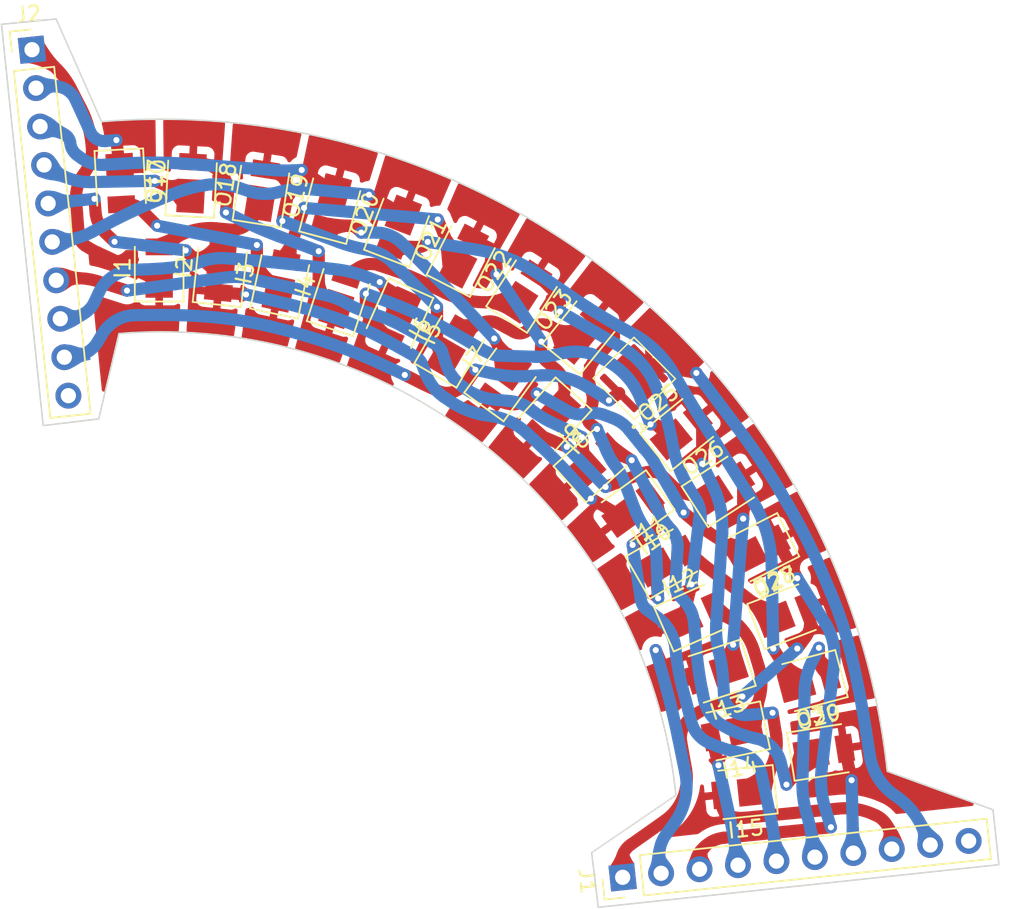
<source format=kicad_pcb>
(kicad_pcb (version 20221018) (generator pcbnew)
  (layers (0 "F.Cu" signal) (31 "B.Cu" signal) (34 "B.Paste" user) (35 "F.Paste" user) (36 "B.SilkS" user "B.Silkscreen") (37 "F.SilkS" user "F.Silkscreen") (38 "B.Mask" user) (39 "F.Mask" user) (44 "Edge.Cuts" user))
  (net 0 "")
  (net 1 "Net-(I1-K)")
  (net 2 "Net-(I1-A)")
  (net 3 "Net-(I2-K)")
  (net 4 "Net-(I10-K)")
  (net 5 "Net-(I3-K)")
  (net 6 "Net-(I3-A)")
  (net 7 "Net-(I4-K)")
  (net 8 "Net-(I4-A)")
  (net 9 "Net-(I5-K)")
  (net 10 "Net-(I5-A)")
  (net 11 "Net-(I6-K)")
  (net 12 "Net-(I6-A)")
  (net 13 "Net-(I7-K)")
  (net 14 "Net-(I7-A)")
  (net 15 "Net-(I8-K)")
  (net 16 "Net-(I8-A)")
  (net 17 "Net-(I9-K)")
  (net 18 "Net-(I9-A)")
  (net 19 "Net-(I10-A)")
  (net 20 "Net-(I11-K)")
  (net 21 "Net-(I11-A)")
  (net 22 "Net-(I12-K)")
  (net 23 "Net-(I12-A)")
  (net 24 "Net-(I13-K)")
  (net 25 "Net-(I13-A)")
  (net 26 "Net-(I14-A)")
  (net 27 "Net-(I15-K)")
  (net 28 "Net-(I15-A)")
  (net 29 "Net-(J1-Pin_1)")
  (net 30 "Net-(J1-Pin_3)")
  (net 31 "Net-(J1-Pin_6)")
  (net 32 "Net-(J1-Pin_7)")
  (net 33 "Net-(O20-A)")
  (net 34 "Net-(J1-Pin_9)")
  (net 36 "Net-(J2-Pin_2)")
  (net 37 "Net-(J2-Pin_3)")
  (net 38 "Net-(J2-Pin_4)")
  (net 39 "Net-(J2-Pin_6)")
  (net 40 "Net-(J2-Pin_9)")
  (footprint "LED_SMD:LED_2835_CREE_JSE28L3E5_1" (layer "F.Cu") (at 117.155531 94.197224 63)
    (fp_text reference "O21")
    (fp_text value "Cold white 5700K")
  )
  (footprint "LED_SMD:LED_2835_CREE_JSE28L3E5_1" (layer "F.Cu") (at 132.3335 117.826639 24)
    (fp_text reference "I12")
    (fp_text value "~")
  )
  (footprint "LED_SMD:LED_2835_CREE_JSE28L3E5_1" (layer "F.Cu") (at 130.503978 114.236 30)
    (fp_text reference "I11")
    (fp_text value "Warm white 3000K")
  )
  (footprint "LED_SMD:LED_2835_CREE_JSE28L3E5_1" (layer "F.Cu") (at 109.059154 96.870324 72)
    (fp_text reference "I4")
    (fp_text value "~")
  )
  (footprint "LED_SMD:LED_2835_CREE_JSE28L3E5_1" (layer "F.Cu") (at 134.20651 109.477433 33)
    (fp_text reference "O26")
    (fp_text value "Cold white 5700K")
  )
  (footprint "LED_SMD:LED_2835_CREE_JSE28L3E5_1" (layer "F.Cu") (at 125.773075 107.724471 42)
    (fp_text reference "I9")
    (fp_text value "~")
  )
  (footprint "LED_SMD:LED_2835_CREE_JSE28L3E5_1" (layer "F.Cu") (at 122.923528 104.874924 -132)
    (fp_text reference "I8")
    (fp_text value "Cold white 5700K")
  )
  (footprint "LED_SMD:LED_2835_CREE_JSE28L3E5_1" (layer "F.Cu") (at 131.468666 105.709113 39)
    (fp_text reference "O25")
    (fp_text value "~")
  )
  (footprint "LED_SMD:LED_2835_CREE_JSE28L3E5_1" (layer "F.Cu") (at 94.624004 89.408 -87)
    (fp_text reference "O16")
    (fp_text value "Cold white 5700K")
  )
  (footprint "LED_SMD:LED_2835_CREE_JSE28L3E5_Big_Anode" (layer "F.Cu") (at 101.186345 95.196907 84)
    (fp_text reference "I2")
    (fp_text value "~")
  )
  (footprint "LED_SMD:LED_2835_CREE_JSE28L3E5_1" (layer "F.Cu") (at 99.281903 89.408 87)
    (fp_text reference "O17")
    (fp_text value "~")
  )
  (footprint "LED_SMD:LED_2835_CREE_JSE28L3E5_1" (layer "F.Cu") (at 138.43 117.766496 21)
    (fp_text reference "O28")
    (fp_text value "Warm white 3000K")
  )
  (footprint "LED_SMD:Luminous Devices A130 Package" (layer "F.Cu") (at 128.361077 102.225905 45)
    (fp_text reference "O24" hide)
    (fp_text value "~")
  )
  (footprint "LED_SMD:LED_2835_CREE_JSE28L3E5_1" (layer "F.Cu") (at 133.777675 121.588845 -162)
    (fp_text reference "I13")
    (fp_text value "Cold white 5700K")
  )
  (footprint "LED_SMD:LED_2835_CREE_JSE28L3E5_1" (layer "F.Cu") (at 124.95771 99.264019 51)
    (fp_text reference "O23")
    (fp_text value "Warm white 3000K")
  )
  (footprint "LED_SMD:LED_2835_CREE_JSE28L3E5_1" (layer "F.Cu") (at 116.412 100.144021 60)
    (fp_text reference "I6")
    (fp_text value "Warm white 3000K")
  )
  (footprint "LED_SMD:LED_2835_CREE_JSE28L3E5_1" (layer "F.Cu") (at 134.820682 125.481399 -168)
    (fp_text reference "I14")
    (fp_text value "~")
  )
  (footprint "LED_SMD:LED_2835_CREE_JSE28L3E5_1" (layer "F.Cu") (at 140.8378 126.752536 9)
    (fp_text reference "O30")
    (fp_text value "~")
  )
  (footprint "Connector_PinHeader_2.54mm:PinHeader_1x10_P2.54mm_Vertical" (layer "F.Cu") (at 127.617034 135.019699 96)
    (fp_text reference "J1")
    (fp_text value "Conn_01x10")
  )
  (footprint "LED_SMD:LED_2835_CREE_JSE28L3E5_Big_Anode" (layer "F.Cu") (at 108.470401 90.863315 75)
    (fp_text reference "O19")
    (fp_text value "I12")
  )
  (footprint "LED_SMD:LED_2835_CREE_JSE28L3E5_Big_Anode" (layer "F.Cu") (at 139.86937 122.196423 -165)
    (fp_text reference "O29")
    (fp_text value "~")
  )
  (footprint "LED_SMD:LED_2835_CREE_JSE28L3E5_Big_Anode" (layer "F.Cu") (at 128.309154 110.856267 -144)
    (fp_text reference "I10")
    (fp_text value "~")
  )
  (footprint "LED_SMD:LED_2835_CREE_JSE28L3E5_Big_Anode" (layer "F.Cu") (at 136.535461 113.511293 -153)
    (fp_text reference "O27")
    (fp_text value "~")
  )
  (footprint "LED_SMD:LED_2835_CREE_JSE28L3E5_Big_Anode" (layer "F.Cu") (at 112.900327 92.302685 69)
    (fp_text reference "O20")
    (fp_text value "~")
  )
  (footprint "LED_SMD:LED_2835_CREE_JSE28L3E5_1" (layer "F.Cu") (at 97.162 94.986 90)
    (fp_text reference "I1")
    (fp_text value "Warm white 3000K")
  )
  (footprint "LED_SMD:LED_2835_CREE_JSE28L3E5_1" (layer "F.Cu") (at 112.82136 98.314499 -114)
    (fp_text reference "I5")
    (fp_text value "~")
  )
  (footprint "Connector_PinHeader_2.54mm:PinHeader_1x10_P2.54mm_Vertical" (layer "F.Cu") (at 88.805763 80.637588 6)
    (fp_text reference "J2")
    (fp_text value "Conn_01x10")
  )
  (footprint "LED_SMD:LED_2835_CREE_JSE28L3E5_1" (layer "F.Cu") (at 105.1666 95.827317 78)
    (fp_text reference "I3")
    (fp_text value "Cold white 5700K")
  )
  (footprint "LED_SMD:LED_2835_CREE_JSE28L3E5_1" (layer "F.Cu") (at 103.914287 89.894883 81)
    (fp_text reference "O18")
    (fp_text value "Warm white 3000K")
  )
  (footprint "LED_SMD:LED_2835_CREE_JSE28L3E5_1" (layer "F.Cu") (at 135.451092 129.461654 -174)
    (fp_text reference "I15")
    (fp_text value "~")
  )
  (footprint "LED_SMD:LED_2835_CREE_JSE28L3E5_Big_Anode" (layer "F.Cu") (at 119.791732 102.338845 54)
    (fp_text reference "I7")
    (fp_text value "~")
  )
  (footprint "LED_SMD:LED_2835_CREE_JSE28L3E5_1" (layer "F.Cu") (at 121.18939 96.526174 57)
    (fp_text reference "O22")
    (fp_text value "~")
  )
  (gr_arc (start 94.519534 99.29239) (mid 119 107) (end 131.118029 129.624188) (stroke (width 0.1)) (layer "Edge.Cuts"))
  (gr_line (start 126.01 136.99) (end 125.58 133.4) (stroke (width 0.1)) (layer "Edge.Cuts"))
  (gr_line (start 151.95 130.58) (end 152.34 134.19) (stroke (width 0.1)) (layer "Edge.Cuts"))
  (gr_line (start 94.519534 99.29239) (end 93.19 104.9) (stroke (width 0.1)) (layer "Edge.Cuts"))
  (gr_line (start 93.19 104.9) (end 89.54 105.34) (stroke (width 0.1)) (layer "Edge.Cuts"))
  (gr_line (start 152.34 134.19) (end 126.01 136.99) (stroke (width 0.1)) (layer "Edge.Cuts"))
  (gr_line (start 144.999999 128.056261) (end 151.95 130.58) (stroke (width 0.1)) (layer "Edge.Cuts"))
  (gr_line (start 90.39 78.62) (end 93.375327 85.369388) (stroke (width 0.1)) (layer "Edge.Cuts"))
  (gr_line (start 89.54 105.34) (end 86.8 78.97) (stroke (width 0.1)) (layer "Edge.Cuts"))
  (gr_line (start 125.58 133.4) (end 131.118029 129.624188) (stroke (width 0.1)) (layer "Edge.Cuts"))
  (gr_arc (start 93.375327 85.369388) (mid 127.872643 96.209379) (end 144.999999 128.056261) (stroke (width 0.1)) (layer "Edge.Cuts"))
  (gr_line (start 86.8 78.97) (end 90.39 78.62) (stroke (width 0.1)) (layer "Edge.Cuts"))
  (segment (start 91.351033 83.170723) (end 92.025627 84.482226) (width 0.8) (layer "F.Cu") (net 1))
  (segment (start 93.14221 93.976711) (end 97.162 95.836) (width 0.8) (layer "F.Cu") (net 1))
  (segment (start 91.874065 92.785153) (end 91.705386 90.556176) (width 0.8) (layer "F.Cu") (net 1))
  (segment (start 89.797881 81.358794) (end 88.805763 80.637588) (width 0.8) (layer "F.Cu") (net 1))
  (segment (start 92.732843 86.976738) (end 92.709999 86.765) (width 0.8) (layer "F.Cu") (net 1))
  (arc (start 92.025627 84.482226) (mid 92.473005 85.592076) (end 92.709999 86.765) (width 0.8) (layer "F.Cu") (net 1))
  (arc (start 91.351033 83.170723) (mid 90.680745 82.17365) (end 89.797881 81.358794) (width 0.8) (layer "F.Cu") (net 1))
  (arc (start 93.14221 93.976711) (mid 92.718062 93.762159) (end 92.31 93.5184) (width 0.8) (layer "F.Cu") (net 1))
  (arc (start 92.235 88.765) (mid 92.655411 87.918611) (end 92.732843 86.976738) (width 0.8) (layer "F.Cu") (net 1))
  (arc (start 92.235 88.765) (mid 91.805825 89.611988) (end 91.705386 90.556176) (width 0.8) (layer "F.Cu") (net 1))
  (arc (start 91.874065 92.785153) (mid 92.006025 93.20291) (end 92.31 93.5184) (width 0.8) (layer "F.Cu") (net 1))
  (segment (start 101.855185 92.463924) (end 100.935594 92.379039) (width 0.8) (layer "F.Cu") (net 2))
  (segment (start 103.325659 91.646009) (end 103.781318 90.734418) (width 0.8) (layer "F.Cu") (net 2))
  (segment (start 98.37 92.9244) (end 97.172 93.596) (width 0.8) (layer "F.Cu") (net 2))
  (arc (start 100.935594 92.379039) (mid 99.611376 92.456862) (end 98.37 92.9244) (width 0.8) (layer "F.Cu") (net 2))
  (arc (start 101.855185 92.463924) (mid 102.71685 92.282264) (end 103.325659 91.646009) (width 0.8) (layer "F.Cu") (net 2))
  (segment (start 99.80206 94.351563) (end 101.275194 94.351563) (width 0.8) (layer "F.Cu") (net 3))
  (segment (start 98.9076 93.8276) (end 99.169581 94.089581) (width 0.8) (layer "F.Cu") (net 3))
  (segment (start 93.64 92.695) (end 94.23 93.26) (width 0.8) (layer "F.Cu") (net 3))
  (segment (start 92.982558 91.315889) (end 92.91 90.44) (width 0.8) (layer "F.Cu") (net 3))
  (via (at 92.91 90.44) (size 0.8) (drill 0.4) (layers "F.Cu" "B.Cu") (net 3))
  (via (at 94.23 93.26) (size 0.8) (drill 0.4) (layers "F.Cu" "B.Cu") (net 3))
  (via (at 98.9076 93.8276) (size 0.8) (drill 0.4) (layers "F.Cu" "B.Cu") (net 3))
  (arc (start 99.169581 94.089581) (mid 99.459765 94.283476) (end 99.80206 94.351563) (width 0.8) (layer "F.Cu") (net 3))
  (arc (start 92.982558 91.315889) (mid 93.185019 92.065634) (end 93.64 92.695) (width 0.8) (layer "F.Cu") (net 3))
  (segment (start 98.9076 93.8276) (end 94.23 93.26) (width 0.8) (layer "B.Cu") (net 3))
  (segment (start 92.91 90.44) (end 89.867772 90.74193) (width 0.8) (layer "B.Cu") (net 3))
  (segment (start 125.5268 110.1344) (end 127.62149 111.355884) (width 0.8) (layer "F.Cu") (net 4))
  (segment (start 102.87 96.7232) (end 101.050996 96.580338) (width 0.8) (layer "F.Cu") (net 4))
  (via (at 102.87 96.7232) (size 0.8) (drill 0.4) (layers "F.Cu" "B.Cu") (net 4))
  (via (at 125.5268 110.1344) (size 0.8) (drill 0.4) (layers "F.Cu" "B.Cu") (net 4))
  (segment (start 104.8004 97.155) (end 102.87 96.7232) (width 0.8) (layer "B.Cu") (net 4))
  (segment (start 114.683875 101.952724) (end 114.413888 101.261504) (width 0.8) (layer "B.Cu") (net 4))
  (segment (start 125.5268 110.1344) (end 124.333 108.8136) (width 0.8) (layer "B.Cu") (net 4))
  (segment (start 121.263127 105.781294) (end 121.823933 106.292906) (width 0.8) (layer "B.Cu") (net 4))
  (segment (start 112.141 99.7712) (end 113.53199 100.541594) (width 0.8) (layer "B.Cu") (net 4))
  (segment (start 108.604846 98.219923) (end 108.701974 98.252737) (width 0.8) (layer "B.Cu") (net 4))
  (segment (start 115.926751 103.497301) (end 116.352136 103.780891) (width 0.8) (layer "B.Cu") (net 4))
  (arc (start 118.872 104.6988) (mid 120.153369 105.050509) (end 121.263127 105.781294) (width 0.8) (layer "B.Cu") (net 4))
  (arc (start 114.683875 101.952724) (mid 115.186534 102.82059) (end 115.926751 103.497301) (width 0.8) (layer "B.Cu") (net 4))
  (arc (start 124.333 108.8136) (mid 123.108815 107.523044) (end 121.823933 106.292906) (width 0.8) (layer "B.Cu") (net 4))
  (arc (start 108.604846 98.219923) (mid 106.716701 97.637165) (end 104.8004 97.155) (width 0.8) (layer "B.Cu") (net 4))
  (arc (start 118.872 104.6988) (mid 117.557036 104.390919) (end 116.352136 103.780891) (width 0.8) (layer "B.Cu") (net 4))
  (arc (start 113.53199 100.541594) (mid 113.791216 100.686979) (end 114.048875 100.835124) (width 0.8) (layer "B.Cu") (net 4))
  (arc (start 114.413888 101.261504) (mid 114.267499 101.017395) (end 114.048875 100.835124) (width 0.8) (layer "B.Cu") (net 4))
  (arc (start 112.141 99.7712) (mid 110.455674 98.934541) (end 108.701974 98.252737) (width 0.8) (layer "B.Cu") (net 4))
  (segment (start 97.028 92.202) (end 95.953492 91.127492) (width 0.8) (layer "F.Cu") (net 5))
  (segment (start 95.154691 90.796618) (end 94.686765 90.796618) (width 0.8) (layer "F.Cu") (net 5))
  (segment (start 104.989875 96.531708) (end 104.989875 96.658742) (width 0.8) (layer "F.Cu") (net 5))
  (segment (start 103.5812 94.234) (end 103.5812 93.472) (width 0.8) (layer "F.Cu") (net 5))
  (segment (start 104.120015 95.534815) (end 104.900048 96.314848) (width 0.8) (layer "F.Cu") (net 5))
  (via (at 97.028 92.202) (size 0.8) (drill 0.4) (layers "F.Cu" "B.Cu") (net 5))
  (via (at 103.5812 93.472) (size 0.8) (drill 0.4) (layers "F.Cu" "B.Cu") (net 5))
  (arc (start 103.5812 94.234) (mid 103.721233 94.937996) (end 104.120015 95.534815) (width 0.8) (layer "F.Cu") (net 5))
  (arc (start 95.953492 91.127492) (mid 95.586999 90.882609) (end 95.154691 90.796618) (width 0.8) (layer "F.Cu") (net 5))
  (arc (start 104.989875 96.531708) (mid 104.966529 96.414344) (end 104.900048 96.314848) (width 0.8) (layer "F.Cu") (net 5))
  (segment (start 102.4128 93.2434) (end 103.5812 93.472) (width 0.8) (layer "B.Cu") (net 5))
  (segment (start 97.028 92.202) (end 100.075369 92.789444) (width 0.8) (layer "B.Cu") (net 5))
  (arc (start 100.075369 92.789444) (mid 101.244242 93.015611) (end 102.4128 93.2434) (width 0.8) (layer "B.Cu") (net 5))
  (segment (start 115.4684 91.7956) (end 116.769639 94.95458) (width 0.8) (layer "F.Cu") (net 6))
  (segment (start 106.68 91.0336) (end 105.465379 94.469771) (width 0.8) (layer "F.Cu") (net 6))
  (via (at 115.4684 91.7956) (size 0.8) (drill 0.4) (layers "F.Cu" "B.Cu") (net 6))
  (via (at 106.68 91.0336) (size 0.8) (drill 0.4) (layers "F.Cu" "B.Cu") (net 6))
  (segment (start 115.4684 91.7956) (end 106.68 91.0336) (width 0.8) (layer "B.Cu") (net 6))
  (segment (start 101.674318 90.181049) (end 101.5492 91.3384) (width 0.8) (layer "F.Cu") (net 7))
  (segment (start 100.173476 88.163696) (end 99.364636 88.020428) (width 0.8) (layer "F.Cu") (net 7))
  (segment (start 108.220845 97.103077) (end 108.79649 97.678722) (width 0.8) (layer "F.Cu") (net 7))
  (segment (start 107.6452 93.8784) (end 107.6452 95.713347) (width 0.8) (layer "F.Cu") (net 7))
  (via (at 107.6452 93.8784) (size 0.8) (drill 0.4) (layers "F.Cu" "B.Cu") (net 7))
  (via (at 101.5492 91.3384) (size 0.8) (drill 0.4) (layers "F.Cu" "B.Cu") (net 7))
  (arc (start 100.173476 88.163696) (mid 100.815304 88.408992) (end 101.3206 88.8746) (width 0.8) (layer "F.Cu") (net 7))
  (arc (start 108.220845 97.103077) (mid 107.794805 96.465463) (end 107.6452 95.713347) (width 0.8) (layer "F.Cu") (net 7))
  (arc (start 101.674318 90.181049) (mid 101.620413 89.494534) (end 101.3206 88.8746) (width 0.8) (layer "F.Cu") (net 7))
  (segment (start 107.0356 93.6498) (end 107.6452 93.8784) (width 0.8) (layer "B.Cu") (net 7))
  (segment (start 105.815909 93.193911) (end 105.027434 92.900165) (width 0.8) (layer "B.Cu") (net 7))
  (segment (start 101.5492 91.3384) (end 102.6922 91.8972) (width 0.8) (layer "B.Cu") (net 7))
  (arc (start 107.0356 93.6498) (mid 106.425877 93.421527) (end 105.815909 93.193911) (width 0.8) (layer "B.Cu") (net 7))
  (arc (start 102.6922 91.8972) (mid 103.847515 92.427324) (end 105.027434 92.900165) (width 0.8) (layer "B.Cu") (net 7))
  (segment (start 110.146499 95.045123) (end 109.498198 95.551446) (width 0.8) (layer "F.Cu") (net 8))
  (segment (start 115.951 96.6216) (end 115.359601 96.331935) (width 0.8) (layer "F.Cu") (net 8))
  (segment (start 118.581468 97.234278) (end 120.726447 97.239044) (width 0.8) (layer "F.Cu") (net 8))
  (segment (start 111.575179 94.798926) (end 112.695579 95.172393) (width 0.8) (layer "F.Cu") (net 8))
  (arc (start 111.575179 94.798926) (mid 110.829904 94.742512) (end 110.146499 95.045123) (width 0.8) (layer "F.Cu") (net 8))
  (arc (start 114.046 95.7072) (mid 113.378189 95.421112) (end 112.695579 95.172393) (width 0.8) (layer "F.Cu") (net 8))
  (arc (start 118.581468 97.234278) (mid 117.231374 97.077605) (end 115.951 96.6216) (width 0.8) (layer "F.Cu") (net 8))
  (arc (start 115.359601 96.331935) (mid 114.7046 96.015783) (end 114.046 95.7072) (width 0.8) (layer "F.Cu") (net 8))
  (segment (start 111.6584 95.9104) (end 113.167086 97.537985) (width 0.8) (layer "F.Cu") (net 9))
  (via (at 111.6584 95.9104) (size 0.8) (drill 0.4) (layers "F.Cu" "B.Cu") (net 9))
  (segment (start 108.3564 95.0214) (end 108.855557 95.081643) (width 0.8) (layer "B.Cu") (net 9))
  (segment (start 99.949 94.5562) (end 99.338265 94.766703) (width 0.8) (layer "B.Cu") (net 9))
  (segment (start 93.1942 96.6092) (end 92.905014 97.226624) (width 0.8) (layer "B.Cu") (net 9))
  (segment (start 91.587139 98.195093) (end 90.664279 98.320187) (width 0.8) (layer "B.Cu") (net 9))
  (segment (start 96.184226 95.07745) (end 95.490729 95.098789) (width 0.8) (layer "B.Cu") (net 9))
  (segment (start 111.6584 95.9104) (end 110.744 95.5548) (width 0.8) (layer "B.Cu") (net 9))
  (segment (start 101.567094 94.344822) (end 102.0318 94.378399) (width 0.8) (layer "B.Cu") (net 9))
  (segment (start 105.407345 94.689374) (end 104.618943 94.606986) (width 0.8) (layer "B.Cu") (net 9))
  (segment (start 98.170999 94.937199) (end 98.252394 94.928193) (width 0.8) (layer "B.Cu") (net 9))
  (segment (start 98.415185 94.910182) (end 98.975791 94.84816) (width 0.8) (layer "B.Cu") (net 9))
  (segment (start 98.415185 94.910182) (end 98.252394 94.928193) (width 0.8) (layer "B.Cu") (net 9))
  (arc (start 108.855557 95.081643) (mid 109.81463 95.258945) (end 110.744 95.5548) (width 0.8) (layer "B.Cu") (net 9))
  (arc (start 91.587139 98.195093) (mid 92.369469 97.878769) (end 92.905014 97.226624) (width 0.8) (layer "B.Cu") (net 9))
  (arc (start 95.490729 95.098789) (mid 94.128974 95.52939) (end 93.1942 96.6092) (width 0.8) (layer "B.Cu") (net 9))
  (arc (start 98.170999 94.937199) (mid 97.179005 95.027054) (end 96.184226 95.07745) (width 0.8) (layer "B.Cu") (net 9))
  (arc (start 98.975791 94.84816) (mid 99.159288 94.817488) (end 99.338265 94.766703) (width 0.8) (layer "B.Cu") (net 9))
  (arc (start 101.567094 94.344822) (mid 100.747334 94.368506) (end 99.949 94.5562) (width 0.8) (layer "B.Cu") (net 9))
  (arc (start 104.618943 94.606986) (mid 103.326285 94.482346) (end 102.0318 94.378399) (width 0.8) (layer "B.Cu") (net 9))
  (arc (start 105.407345 94.689374) (mid 106.882536 94.849493) (end 108.3564 95.0214) (width 0.8) (layer "B.Cu") (net 9))
  (segment (start 110.744 96.6724) (end 110.744 97.374899) (width 0.8) (layer "F.Cu") (net 10))
  (segment (start 129.446585 105.256892) (end 129.633767 105.256892) (width 0.8) (layer "F.Cu") (net 10))
  (segment (start 111.240742 98.574141) (end 112.246861 99.58026) (width 0.8) (layer "F.Cu") (net 10))
  (segment (start 129.953306 105.389249) (end 130.808092 106.244035) (width 0.8) (layer "F.Cu") (net 10))
  (via (at 110.744 96.6724) (size 0.8) (drill 0.4) (layers "F.Cu" "B.Cu") (net 10))
  (via (at 129.446585 105.256892) (size 0.8) (drill 0.4) (layers "F.Cu" "B.Cu") (net 10))
  (arc (start 129.953306 105.389249) (mid 129.8067 105.29129) (end 129.633767 105.256892) (width 0.8) (layer "F.Cu") (net 10))
  (arc (start 111.240742 98.574141) (mid 110.873099 98.023924) (end 110.744 97.374899) (width 0.8) (layer "F.Cu") (net 10))
  (segment (start 126.235161 100.909749) (end 126.619 101.117399) (width 0.8) (layer "B.Cu") (net 10))
  (segment (start 123.7742 100.5586) (end 123.773726 100.558702) (width 0.8) (layer "B.Cu") (net 10))
  (segment (start 112.141 97.1804) (end 110.744 96.6724) (width 0.8) (layer "B.Cu") (net 10))
  (segment (start 123.773726 100.558702) (end 123.772778 100.558906) (width 0.8) (layer "B.Cu") (net 10))
  (segment (start 129.446585 105.256892) (end 128.80444 103.598363) (width 0.8) (layer "B.Cu") (net 10))
  (segment (start 123.772778 100.558906) (end 123.022744 100.720669) (width 0.8) (layer "B.Cu") (net 10))
  (segment (start 115.231227 98.565249) (end 114.858 98.371971) (width 0.8) (layer "B.Cu") (net 10))
  (segment (start 118.330335 100.313284) (end 117.499052 99.821701) (width 0.8) (layer "B.Cu") (net 10))
  (segment (start 119.558498 100.744435) (end 121.922529 100.820176) (width 0.8) (layer "B.Cu") (net 10))
  (arc (start 112.141 97.1804) (mid 113.518729 97.732338) (end 114.858 98.371971) (width 0.8) (layer "B.Cu") (net 10))
  (arc (start 119.558498 100.744435) (mid 119.233837 100.704747) (end 118.921452 100.607818) (width 0.8) (layer "B.Cu") (net 10))
  (arc (start 118.330335 100.313284) (mid 118.620606 100.471163) (end 118.921452 100.607818) (width 0.8) (layer "B.Cu") (net 10))
  (arc (start 115.231227 98.565249) (mid 116.373968 99.17754) (end 117.499052 99.821701) (width 0.8) (layer "B.Cu") (net 10))
  (arc (start 121.922529 100.820176) (mid 122.475681 100.804083) (end 123.022744 100.720669) (width 0.8) (layer "B.Cu") (net 10))
  (arc (start 126.619 101.117399) (mid 127.932806 102.163129) (end 128.80444 103.598363) (width 0.8) (layer "B.Cu") (net 10))
  (arc (start 126.235161 100.909749) (mid 125.0361 100.513972) (end 123.7742 100.5586) (width 0.8) (layer "B.Cu") (net 10))
  (segment (start 115.7023 100.595443) (end 115.987 100.880143) (width 0.8) (layer "F.Cu") (net 11))
  (segment (start 115.4176 97.536) (end 115.4176 99.908116) (width 0.8) (layer "F.Cu") (net 11))
  (segment (start 105.619275 90.169192) (end 105.2576 91.8972) (width 0.8) (layer "F.Cu") (net 11))
  (segment (start 104.815776 88.750967) (end 104.141608 88.523561) (width 0.8) (layer "F.Cu") (net 11))
  (via (at 105.2576 91.8972) (size 0.8) (drill 0.4) (layers "F.Cu" "B.Cu") (net 11))
  (via (at 115.4176 97.536) (size 0.8) (drill 0.4) (layers "F.Cu" "B.Cu") (net 11))
  (arc (start 105.4862 89.3064) (mid 105.202462 88.966552) (end 104.815776 88.750967) (width 0.8) (layer "F.Cu") (net 11))
  (arc (start 115.4176 99.908116) (mid 115.491591 100.280094) (end 115.7023 100.595443) (width 0.8) (layer "F.Cu") (net 11))
  (arc (start 105.4862 89.3064) (mid 105.631095 89.72571) (end 105.619275 90.169192) (width 0.8) (layer "F.Cu") (net 11))
  (segment (start 108.965046 93.282399) (end 105.2576 91.8972) (width 0.8) (layer "B.Cu") (net 11))
  (segment (start 112.501754 94.620154) (end 115.4176 97.536) (width 0.8) (layer "B.Cu") (net 11))
  (arc (start 110.8456 93.7768) (mid 111.740515 94.067221) (end 112.501754 94.620154) (width 0.8) (layer "B.Cu") (net 11))
  (arc (start 110.8456 93.7768) (mid 109.892893 93.576879) (end 108.965046 93.282399) (width 0.8) (layer "B.Cu") (net 11))
  (segment (start 118.547612 98.535898) (end 117.11566 98.945246) (width 0.8) (layer "F.Cu") (net 12))
  (segment (start 121.6152 98.9076) (end 121.293534 99.13737) (width 0.8) (layer "F.Cu") (net 12))
  (segment (start 123.033176 98.913736) (end 124.422788 99.924593) (width 0.8) (layer "F.Cu") (net 12))
  (segment (start 120.482909 99.187983) (end 119.460641 98.635404) (width 0.8) (layer "F.Cu") (net 12))
  (arc (start 120.482909 99.187983) (mid 120.89547 99.278767) (end 121.293534 99.13737) (width 0.8) (layer "F.Cu") (net 12))
  (arc (start 123.033176 98.913736) (mid 122.325178 98.681769) (end 121.6152 98.9076) (width 0.8) (layer "F.Cu") (net 12))
  (arc (start 119.460641 98.635404) (mid 119.013876 98.496197) (end 118.547612 98.535898) (width 0.8) (layer "F.Cu") (net 12))
  (segment (start 110.4392 92.6592) (end 110.21387 92.43387) (width 0.8) (layer "F.Cu") (net 13))
  (segment (start 119.1768 99.6188) (end 120.291349 101.651181) (width 0.8) (layer "F.Cu") (net 13))
  (segment (start 109.669875 92.20854) (end 108.120302 92.20854) (width 0.8) (layer "F.Cu") (net 13))
  (via (at 119.1768 99.6188) (size 0.8) (drill 0.4) (layers "F.Cu" "B.Cu") (net 13))
  (via (at 110.4392 92.6592) (size 0.8) (drill 0.4) (layers "F.Cu" "B.Cu") (net 13))
  (arc (start 110.21387 92.43387) (mid 109.964283 92.267101) (end 109.669875 92.20854) (width 0.8) (layer "F.Cu") (net 13))
  (segment (start 110.4392 92.6592) (end 111.4298 92.6592) (width 0.8) (layer "B.Cu") (net 13))
  (segment (start 114.476993 94.715793) (end 113.120859 93.359659) (width 0.8) (layer "B.Cu") (net 13))
  (segment (start 119.1768 99.6188) (end 117.6274 97.9678) (width 0.8) (layer "B.Cu") (net 13))
  (arc (start 113.120859 93.359659) (mid 112.344994 92.841243) (end 111.4298 92.6592) (width 0.8) (layer "B.Cu") (net 13))
  (arc (start 117.6274 97.9678) (mid 116.065097 96.329299) (end 114.476993 94.715793) (width 0.8) (layer "B.Cu") (net 13))
  (segment (start 133.997405 112.829034) (end 135.778105 113.897185) (width 0.8) (layer "F.Cu") (net 14))
  (segment (start 121.9708 103.2256) (end 121.2596 103.6828) (width 0.8) (layer "F.Cu") (net 14))
  (segment (start 119.113347 103.525185) (end 119.77124 103.807043) (width 0.8) (layer "F.Cu") (net 14))
  (segment (start 131.6228 111.0488) (end 132.3848 111.6838) (width 0.8) (layer "F.Cu") (net 14))
  (segment (start 119.083226 103.569681) (end 119.183651 103.670106) (width 0.8) (layer "F.Cu") (net 14))
  (via (at 121.9708 103.2256) (size 0.8) (drill 0.4) (layers "F.Cu" "B.Cu") (net 14))
  (via (at 131.6228 111.0488) (size 0.8) (drill 0.4) (layers "F.Cu" "B.Cu") (net 14))
  (arc (start 132.3848 111.6838) (mid 133.168984 112.287561) (end 133.997405 112.829034) (width 0.8) (layer "F.Cu") (net 14))
  (arc (start 119.77124 103.807043) (mid 120.530887 103.930214) (end 121.2596 103.6828) (width 0.8) (layer "F.Cu") (net 14))
  (arc (start 119.083226 103.569681) (mid 119.079915 103.534996) (end 119.113347 103.525185) (width 0.8) (layer "F.Cu") (net 14))
  (segment (start 128.029094 105.618501) (end 129.018879 106.843056) (width 0.8) (layer "B.Cu") (net 14))
  (segment (start 131.6228 111.0488) (end 129.651316 107.688317) (width 0.8) (layer "B.Cu") (net 14))
  (segment (start 121.9708 103.2256) (end 123.998669 104.378702) (width 0.8) (layer "B.Cu") (net 14))
  (segment (start 125.280265 104.555066) (end 125.1966 104.5718) (width 0.8) (layer "B.Cu") (net 14))
  (segment (start 129.027508 106.852988) (end 129.031999 106.8578) (width 0.8) (layer "B.Cu") (net 14))
  (segment (start 126.9875 104.8613) (end 126.365 104.6226) (width 0.8) (layer "B.Cu") (net 14))
  (arc (start 125.280265 104.555066) (mid 125.827039 104.518043) (end 126.365 104.6226) (width 0.8) (layer "B.Cu") (net 14))
  (arc (start 123.998669 104.378702) (mid 124.580204 104.583382) (end 125.1966 104.5718) (width 0.8) (layer "B.Cu") (net 14))
  (arc (start 126.9875 104.8613) (mid 127.558262 105.171168) (end 128.029094 105.618501) (width 0.8) (layer "B.Cu") (net 14))
  (arc (start 129.651316 107.688317) (mid 129.364558 107.255981) (end 129.031999 106.8578) (width 0.8) (layer "B.Cu") (net 14))
  (arc (start 129.018879 106.843056) (mid 129.023105 106.848098) (end 129.027508 106.852988) (width 0.8) (layer "B.Cu") (net 14))
  (segment (start 119.009084 94.176861) (end 117.795488 92.963265) (width 0.8) (layer "F.Cu") (net 15))
  (segment (start 122.2756 99.822) (end 122.2502 100.3046) (width 0.8) (layer "F.Cu") (net 15))
  (segment (start 123.747544 103.277225) (end 123.492289 104.243251) (width 0.8) (layer "F.Cu") (net 15))
  (segment (start 119.3292 95.4024) (end 119.3292 94.949688) (width 0.8) (layer "F.Cu") (net 15))
  (segment (start 122.591724 101.101706) (end 123.244166 101.660942) (width 0.8) (layer "F.Cu") (net 15))
  (via (at 119.3292 95.4024) (size 0.8) (drill 0.4) (layers "F.Cu" "B.Cu") (net 15))
  (via (at 122.2756 99.822) (size 0.8) (drill 0.4) (layers "F.Cu" "B.Cu") (net 15))
  (arc (start 119.009084 94.176861) (mid 119.246004 94.531437) (end 119.3292 94.949688) (width 0.8) (layer "F.Cu") (net 15))
  (arc (start 122.591724 101.101706) (mid 122.328194 100.742899) (end 122.2502 100.3046) (width 0.8) (layer "F.Cu") (net 15))
  (arc (start 123.747544 103.277225) (mid 123.728348 102.396675) (end 123.244166 101.660942) (width 0.8) (layer "F.Cu") (net 15))
  (segment (start 122.2756 99.822) (end 119.3292 95.4024) (width 0.8) (layer "B.Cu") (net 15))
  (segment (start 122.130802 106.046001) (end 122.347729 106.262928) (width 0.8) (layer "F.Cu") (net 16))
  (segment (start 128.89061 108.484025) (end 126.492 109.3724) (width 0.8) (layer "F.Cu") (net 16))
  (segment (start 132.512008 109.940376) (end 133.49364 109.940376) (width 0.8) (layer "F.Cu") (net 16))
  (segment (start 122.130802 106.046001) (end 122.2756 106.190799) (width 0.8) (layer "F.Cu") (net 16))
  (segment (start 130.836257 109.246257) (end 130.229594 108.639594) (width 0.8) (layer "F.Cu") (net 16))
  (segment (start 122.17467 105.980815) (end 123.952 106.7308) (width 0.8) (layer "F.Cu") (net 16))
  (via (at 126.492 109.3724) (size 0.8) (drill 0.4) (layers "F.Cu" "B.Cu") (net 16))
  (via (at 123.952 106.7308) (size 0.8) (drill 0.4) (layers "F.Cu" "B.Cu") (net 16))
  (arc (start 128.89061 108.484025) (mid 129.240925 108.391553) (end 129.602479 108.368079) (width 0.8) (layer "F.Cu") (net 16))
  (arc (start 122.130802 106.046001) (mid 122.130802 106.046001) (end 122.130802 106.046001) (width 0.8) (layer "F.Cu") (net 16))
  (arc (start 130.229594 108.639594) (mid 129.94192 108.444052) (end 129.602479 108.368079) (width 0.8) (layer "F.Cu") (net 16))
  (arc (start 122.17467 105.980815) (mid 122.125897 105.995346) (end 122.130802 106.046001) (width 0.8) (layer "F.Cu") (net 16))
  (arc (start 130.836257 109.246257) (mid 131.605098 109.75998) (end 132.512008 109.940376) (width 0.8) (layer "F.Cu") (net 16))
  (arc (start 122.17467 105.980815) (mid 122.125897 105.995346) (end 122.130802 106.046001) (width 0.8) (layer "F.Cu") (net 16))
  (segment (start 126.492 109.3724) (end 123.952 106.7308) (width 0.8) (layer "B.Cu") (net 16))
  (segment (start 93.123537 95.859906) (end 95.0468 96.4692) (width 0.8) (layer "F.Cu") (net 17))
  (segment (start 124.938978 106.097068) (end 125.141402 108.293232) (width 0.8) (layer "F.Cu") (net 17))
  (segment (start 91.319388 95.687051) (end 90.398777 95.794102) (width 0.8) (layer "F.Cu") (net 17))
  (via (at 95.0468 96.4692) (size 0.8) (drill 0.4) (layers "F.Cu" "B.Cu") (net 17))
  (via (at 124.938978 106.097068) (size 0.8) (drill 0.4) (layers "F.Cu" "B.Cu") (net 17))
  (arc (start 93.123537 95.859906) (mid 92.230627 95.677826) (end 91.319388 95.687051) (width 0.8) (layer "F.Cu") (net 17))
  (segment (start 122.856277 105.082096) (end 124.938978 106.097068) (width 0.8) (layer "B.Cu") (net 17))
  (segment (start 103.082979 95.672827) (end 108.084711 96.766955) (width 0.8) (layer "B.Cu") (net 17))
  (segment (start 119.24797 103.637503) (end 120.233022 103.730213) (width 0.8) (layer "B.Cu") (net 17))
  (segment (start 101.52804 95.608054) (end 95.0468 96.4692) (width 0.8) (layer "B.Cu") (net 17))
  (segment (start 111.161805 97.984841) (end 110.821709 97.883927) (width 0.8) (layer "B.Cu") (net 17))
  (segment (start 117.059082 102.742211) (end 117.1956 102.8446) (width 0.8) (layer "B.Cu") (net 17))
  (segment (start 113.182461 98.827336) (end 115.177116 99.92118) (width 0.8) (layer "B.Cu") (net 17))
  (segment (start 115.989598 101.231201) (end 115.762873 100.509978) (width 0.8) (layer "B.Cu") (net 17))
  (arc (start 122.856277 105.082096) (mid 122.196471 104.714081) (end 121.581333 104.275466) (width 0.8) (layer "B.Cu") (net 17))
  (arc (start 109.460005 97.299041) (mid 108.792856 96.980015) (end 108.084711 96.766955) (width 0.8) (layer "B.Cu") (net 17))
  (arc (start 115.532398 100.164401) (mid 115.672303 100.320738) (end 115.762873 100.509978) (width 0.8) (layer "B.Cu") (net 17))
  (arc (start 115.177116 99.92118) (mid 115.360763 100.034016) (end 115.532398 100.164401) (width 0.8) (layer "B.Cu") (net 17))
  (arc (start 101.52804 95.608054) (mid 102.30833 95.572737) (end 103.082979 95.672827) (width 0.8) (layer "B.Cu") (net 17))
  (arc (start 113.182461 98.827336) (mid 112.194602 98.352198) (end 111.161805 97.984841) (width 0.8) (layer "B.Cu") (net 17))
  (arc (start 117.059082 102.742211) (mid 116.405764 102.070633) (end 115.989598 101.231201) (width 0.8) (layer "B.Cu") (net 17))
  (arc (start 119.24797 103.637503) (mid 118.166961 103.382959) (end 117.1956 102.8446) (width 0.8) (layer "B.Cu") (net 17))
  (arc (start 109.460005 97.299041) (mid 110.123692 97.631445) (end 110.821709 97.883927) (width 0.8) (layer "B.Cu") (net 17))
  (arc (start 120.233022 103.730213) (mid 120.94705 103.904241) (end 121.581333 104.275466) (width 0.8) (layer "B.Cu") (net 17))
  (segment (start 138.3792 128.9304) (end 139.988869 126.897371) (width 0.8) (layer "F.Cu") (net 18))
  (segment (start 139.987562 126.874802) (end 139.97686 126.8641) (width 0.8) (layer "F.Cu") (net 18))
  (segment (start 128.209327 107.614166) (end 126.812738 106.801811) (width 0.8) (layer "F.Cu") (net 18))
  (via (at 128.209327 107.614166) (size 0.8) (drill 0.4) (layers "F.Cu" "B.Cu") (net 18))
  (via (at 138.3792 128.9304) (size 0.8) (drill 0.4) (layers "F.Cu" "B.Cu") (net 18))
  (arc (start 139.987562 126.874802) (mid 139.992511 126.885837) (end 139.988869 126.897371) (width 0.8) (layer "F.Cu") (net 18))
  (segment (start 136.300906 125.880301) (end 136.4234 125.907799) (width 0.8) (layer "B.Cu") (net 18))
  (segment (start 132.305096 118.290799) (end 132.460613 120.090357) (width 0.8) (layer "B.Cu") (net 18))
  (segment (start 131.22824 113.356199) (end 131.087093 115.826269) (width 0.8) (layer "B.Cu") (net 18))
  (segment (start 131.6482 116.84) (end 131.344055 116.522618) (width 0.8) (layer "B.Cu") (net 18))
  (segment (start 138.3792 128.9304) (end 137.988121 127.421953) (width 0.8) (layer "B.Cu") (net 18))
  (segment (start 128.209327 107.614166) (end 130.01882 111.070626) (width 0.8) (layer "B.Cu") (net 18))
  (segment (start 132.8928 123.0122) (end 132.96068 123.334634) (width 0.8) (layer "B.Cu") (net 18))
  (arc (start 132.305096 118.290799) (mid 132.100779 117.509195) (end 131.6482 116.84) (width 0.8) (layer "B.Cu") (net 18))
  (arc (start 131.344055 116.522618) (mid 131.143074 116.201197) (end 131.087093 115.826269) (width 0.8) (layer "B.Cu") (net 18))
  (arc (start 132.96068 123.334634) (mid 133.39438 124.318705) (end 134.1882 125.0442) (width 0.8) (layer "B.Cu") (net 18))
  (arc (start 132.8928 123.0122) (mid 132.632394 121.557833) (end 132.460613 120.090357) (width 0.8) (layer "B.Cu") (net 18))
  (arc (start 130.801377 112.175023) (mid 130.372994 111.649116) (end 130.01882 111.070626) (width 0.8) (layer "B.Cu") (net 18))
  (arc (start 131.22824 113.356199) (mid 131.135715 112.721916) (end 130.801377 112.175023) (width 0.8) (layer "B.Cu") (net 18))
  (arc (start 136.4234 125.907799) (mid 137.418611 126.444916) (end 137.988121 127.421953) (width 0.8) (layer "B.Cu") (net 18))
  (arc (start 136.300906 125.880301) (mid 135.211877 125.544817) (end 134.1882 125.0442) (width 0.8) (layer "B.Cu") (net 18))
  (segment (start 129.941105 110.870177) (end 129.42781 110.031155) (width 0.8) (layer "F.Cu") (net 19))
  (segment (start 128.27 113.1824) (end 129.63894 112.25916) (width 0.8) (layer "F.Cu") (net 19))
  (via (at 128.27 113.1824) (size 0.8) (drill 0.4) (layers "F.Cu" "B.Cu") (net 19))
  (arc (start 129.941105 110.870177) (mid 130.068717 111.625296) (end 129.63894 112.25916) (width 0.8) (layer "F.Cu") (net 19))
  (segment (start 128.27 113.1824) (end 128.815661 116.774672) (width 0.8) (layer "B.Cu") (net 19))
  (segment (start 131.088307 120.003852) (end 131.0894 120.015) (width 0.8) (layer "B.Cu") (net 19))
  (segment (start 137.640688 133.048845) (end 137.721376 133.95769) (width 0.8) (layer "B.Cu") (net 19))
  (segment (start 131.545537 122.569708) (end 132.131767 124.812676) (width 0.8) (layer "B.Cu") (net 19))
  (segment (start 129.223237 117.447064) (end 129.921 117.9576) (width 0.8) (layer "B.Cu") (net 19))
  (segment (start 137.372085 131.24714) (end 136.740745 128.24738) (width 0.8) (layer "B.Cu") (net 19))
  (segment (start 135.3566 126.8476) (end 135.190415 126.81067) (width 0.8) (layer "B.Cu") (net 19))
  (arc (start 137.372085 131.24714) (mid 137.533169 132.143999) (end 137.640688 133.048845) (width 0.8) (layer "B.Cu") (net 19))
  (arc (start 133.2992 126.1872) (mid 132.558741 125.633064) (end 132.131767 124.812676) (width 0.8) (layer "B.Cu") (net 19))
  (arc (start 129.223237 117.447064) (mid 128.952315 117.151562) (end 128.815661 116.774672) (width 0.8) (layer "B.Cu") (net 19))
  (arc (start 135.190415 126.81067) (mid 134.229242 126.546149) (end 133.2992 126.1872) (width 0.8) (layer "B.Cu") (net 19))
  (arc (start 131.0894 120.015) (mid 131.267013 121.301362) (end 131.545537 122.569708) (width 0.8) (layer "B.Cu") (net 19))
  (arc (start 135.3566 126.8476) (mid 136.254614 127.343848) (end 136.740745 128.24738) (width 0.8) (layer "B.Cu") (net 19))
  (arc (start 131.088307 120.003852) (mid 130.723093 118.856114) (end 129.921 117.9576) (width 0.8) (layer "B.Cu") (net 19))
  (segment (start 129.9464 116.6876) (end 129.767856 114.661) (width 0.8) (layer "F.Cu") (net 20))
  (segment (start 125.450599 104.368599) (end 125.370365 104.510554) (width 0.8) (layer "F.Cu") (net 20))
  (segment (start 126.866221 99.042587) (end 125.840237 98.190079) (width 0.8) (layer "F.Cu") (net 20))
  (segment (start 126.251627 100.497269) (end 125.874271 100.906071) (width 0.8) (layer "F.Cu") (net 20))
  (segment (start 125.589057 103.141316) (end 125.457966 102.701648) (width 0.8) (layer "F.Cu") (net 20))
  (segment (start 125.9332 105.5624) (end 125.5268 105.2576) (width 0.8) (layer "F.Cu") (net 20))
  (via (at 125.9332 105.5624) (size 0.8) (drill 0.4) (layers "F.Cu" "B.Cu") (net 20))
  (via (at 129.9464 116.6876) (size 0.8) (drill 0.4) (layers "F.Cu" "B.Cu") (net 20))
  (arc (start 125.457966 102.701648) (mid 125.428443 101.748754) (end 125.874271 100.906071) (width 0.8) (layer "F.Cu") (net 20))
  (arc (start 126.9238 99.7458) (mid 127.042795 99.382093) (end 126.866221 99.042587) (width 0.8) (layer "F.Cu") (net 20))
  (arc (start 125.5268 105.2576) (mid 125.307801 104.913557) (end 125.370365 104.510554) (width 0.8) (layer "F.Cu") (net 20))
  (arc (start 125.589057 103.141316) (mid 125.644893 103.769067) (end 125.450599 104.368599) (width 0.8) (layer "F.Cu") (net 20))
  (arc (start 126.251627 100.497269) (mid 126.590656 100.124167) (end 126.9238 99.7458) (width 0.8) (layer "F.Cu") (net 20))
  (segment (start 129.830169 113.89806) (end 129.9464 116.6876) (width 0.8) (layer "B.Cu") (net 20))
  (segment (start 125.9332 105.5624) (end 126.565356 107.012641) (width 0.8) (layer "B.Cu") (net 20))
  (segment (start 127.714195 108.999263) (end 128.417906 110.846504) (width 0.8) (layer "B.Cu") (net 20))
  (arc (start 126.565356 107.012641) (mid 126.82796 107.525088) (end 127.1524 108.0008) (width 0.8) (layer "B.Cu") (net 20))
  (arc (start 129.2606 112.3442) (mid 128.783536 111.626701) (end 128.417906 110.846504) (width 0.8) (layer "B.Cu") (net 20))
  (arc (start 127.714195 108.999263) (mid 127.470441 108.479132) (end 127.1524 108.0008) (width 0.8) (layer "B.Cu") (net 20))
  (arc (start 129.2606 112.3442) (mid 129.666663 113.076675) (end 129.830169 113.89806) (width 0.8) (layer "B.Cu") (net 20))
  (segment (start 137.636457 117.963131) (end 137.636457 117.855153) (width 0.8) (layer "F.Cu") (net 21))
  (segment (start 137.550624 118.005594) (end 131.712753 113.54966) (width 0.8) (layer "F.Cu") (net 21))
  (arc (start 137.550624 118.005594) (mid 137.606724 118.011011) (end 137.636457 117.963131) (width 0.8) (layer "F.Cu") (net 21))
  (segment (start 132.1308 115.7732) (end 131.556986 118.172365) (width 0.8) (layer "F.Cu") (net 22))
  (segment (start 123.4948 97.8408) (end 123.4948 97.373321) (width 0.8) (layer "F.Cu") (net 22))
  (segment (start 123.164242 96.575285) (end 121.954825 95.365868) (width 0.8) (layer "F.Cu") (net 22))
  (via (at 123.4948 97.8408) (size 0.8) (drill 0.4) (layers "F.Cu" "B.Cu") (net 22))
  (via (at 132.1308 115.7732) (size 0.8) (drill 0.4) (layers "F.Cu" "B.Cu") (net 22))
  (arc (start 123.164242 96.575285) (mid 123.40889 96.941427) (end 123.4948 97.373321) (width 0.8) (layer "F.Cu") (net 22))
  (segment (start 132.7404 111.2774) (end 132.7404 111.8616) (width 0.8) (layer "B.Cu") (net 22))
  (segment (start 132.1308 115.7732) (end 132.670795 111.273238) (width 0.8) (layer "B.Cu") (net 22))
  (segment (start 123.4948 97.8408) (end 127.557795 100.204724) (width 0.8) (layer "B.Cu") (net 22))
  (segment (start 130.796034 106.074148) (end 130.933823 106.772279) (width 0.8) (layer "B.Cu") (net 22))
  (segment (start 131.978399 109.4486) (end 132.435357 110.194964) (width 0.8) (layer "B.Cu") (net 22))
  (arc (start 132.435357 110.194964) (mid 132.644069 110.714233) (end 132.670795 111.273238) (width 0.8) (layer "B.Cu") (net 22))
  (arc (start 132.7404 111.2774) (mid 132.707557 111.242535) (end 132.670795 111.273238) (width 0.8) (layer "B.Cu") (net 22))
  (arc (start 130.796034 106.074148) (mid 130.368133 104.369605) (end 129.7686 102.7176) (width 0.8) (layer "B.Cu") (net 22))
  (arc (start 132.435357 110.194964) (mid 132.662682 110.715101) (end 132.7404 111.2774) (width 0.8) (layer "B.Cu") (net 22))
  (arc (start 129.7686 102.7176) (mid 128.867454 101.281459) (end 127.557795 100.204724) (width 0.8) (layer "B.Cu") (net 22))
  (arc (start 131.978399 109.4486) (mid 131.337201 108.15685) (end 130.933823 106.772279) (width 0.8) (layer "B.Cu") (net 22))
  (segment (start 136.568185 121.198328) (end 136.2376 120.120334) (width 0.8) (layer "F.Cu") (net 23))
  (segment (start 134.723298 118.045805) (end 133.607396 117.270411) (width 0.8) (layer "F.Cu") (net 23))
  (segment (start 136.329853 123.967937) (end 135.652107 125.304674) (width 0.8) (layer "F.Cu") (net 23))
  (arc (start 136.568185 121.198328) (mid 136.717788 122.60626) (end 136.329853 123.967937) (width 0.8) (layer "F.Cu") (net 23))
  (arc (start 136.2376 120.120334) (mid 135.654758 118.955832) (end 134.723298 118.045805) (width 0.8) (layer "F.Cu") (net 23))
  (segment (start 134.874 119.7356) (end 134.874 120.834658) (width 0.8) (layer "F.Cu") (net 24))
  (segment (start 135.456054 108.807117) (end 135.377708 108.728771) (width 0.8) (layer "F.Cu") (net 24))
  (segment (start 135.5344 111.4552) (end 135.5344 108.99626) (width 0.8) (layer "F.Cu") (net 24))
  (segment (start 134.730036 121.182217) (end 134.586073 121.326181) (width 0.8) (layer "F.Cu") (net 24))
  (via (at 135.5344 111.4552) (size 0.8) (drill 0.4) (layers "F.Cu" "B.Cu") (net 24))
  (via (at 134.874 119.7356) (size 0.8) (drill 0.4) (layers "F.Cu" "B.Cu") (net 24))
  (arc (start 134.874 120.834658) (mid 134.836584 121.022755) (end 134.730036 121.182217) (width 0.8) (layer "F.Cu") (net 24))
  (arc (start 135.5344 108.99626) (mid 135.514038 108.893896) (end 135.456054 108.807117) (width 0.8) (layer "F.Cu") (net 24))
  (segment (start 135.5344 111.4552) (end 134.874 119.7356) (width 0.8) (layer "B.Cu") (net 24))
  (segment (start 129.79 120.09) (end 130.230204 121.140988) (width 0.8) (layer "F.Cu") (net 25))
  (segment (start 131.521308 122.004434) (end 132.452616 122.008868) (width 0.8) (layer "F.Cu") (net 25))
  (via (at 129.79 120.09) (size 0.8) (drill 0.4) (layers "F.Cu" "B.Cu") (net 25))
  (arc (start 131.521308 122.004434) (mid 130.74582 121.767002) (end 130.230204 121.140988) (width 0.8) (layer "F.Cu") (net 25))
  (segment (start 131.269942 125.900236) (end 131.73246 128.167955) (width 0.8) (layer "B.Cu") (net 25))
  (segment (start 129.79 120.09) (end 130.330154 122.015414) (width 0.8) (layer "B.Cu") (net 25))
  (segment (start 130.468821 132.202535) (end 131.015 131.455) (width 0.8) (layer "B.Cu") (net 25))
  (segment (start 130.03656 133.847098) (end 130.14312 134.754197) (width 0.8) (layer "B.Cu") (net 25))
  (arc (start 131.269942 125.900236) (mid 130.835166 123.949329) (end 130.330154 122.015414) (width 0.8) (layer "B.Cu") (net 25))
  (arc (start 131.015 131.455) (mid 131.720682 129.887206) (end 131.73246 128.167955) (width 0.8) (layer "B.Cu") (net 25))
  (arc (start 130.468821 132.202535) (mid 130.09712 132.983926) (end 130.03656 133.847098) (width 0.8) (layer "B.Cu") (net 25))
  (segment (start 133.9088 127.6604) (end 133.458978 125.760615) (width 0.8) (layer "F.Cu") (net 26))
  (via (at 133.9088 127.6604) (size 0.8) (drill 0.4) (layers "F.Cu" "B.Cu") (net 26))
  (segment (start 133.9088 127.6604) (end 134.71314 131.350883) (width 0.8) (layer "B.Cu") (net 26))
  (segment (start 135.057645 133.261596) (end 135.195291 134.223192) (width 0.8) (layer "B.Cu") (net 26))
  (arc (start 135.057645 133.261596) (mid 134.90269 132.30312) (end 134.71314 131.350883) (width 0.8) (layer "B.Cu") (net 26))
  (segment (start 132.842 105.33174) (end 132.842 107.8484) (width 0.8) (layer "F.Cu") (net 27))
  (segment (start 137.697116 125.651525) (end 137.4648 124.206) (width 0.8) (layer "F.Cu") (net 27))
  (segment (start 132.698596 104.985533) (end 132.555192 104.842129) (width 0.8) (layer "F.Cu") (net 27))
  (segment (start 137.109218 128.211802) (end 136.296436 129.372805) (width 0.8) (layer "F.Cu") (net 27))
  (via (at 132.842 107.8484) (size 0.8) (drill 0.4) (layers "F.Cu" "B.Cu") (net 27))
  (via (at 137.4648 124.206) (size 0.8) (drill 0.4) (layers "F.Cu" "B.Cu") (net 27))
  (arc (start 132.698596 104.985533) (mid 132.80473 105.144374) (end 132.842 105.33174) (width 0.8) (layer "F.Cu") (net 27))
  (arc (start 137.109218 128.211802) (mid 137.652724 126.988967) (end 137.697116 125.651525) (width 0.8) (layer "F.Cu") (net 27))
  (segment (start 134.156879 112.427148) (end 133.767549 118.337896) (width 0.8) (layer "B.Cu") (net 27))
  (segment (start 134.218147 122.048115) (end 134.279998 123.099572) (width 0.8) (layer "B.Cu") (net 27))
  (segment (start 135.877284 124.353675) (end 137.4648 124.206) (width 0.8) (layer "B.Cu") (net 27))
  (segment (start 133.5532 109.3216) (end 132.842 107.8484) (width 0.8) (layer "B.Cu") (net 27))
  (arc (start 134.7978 124.0536) (mid 134.432603 123.634278) (end 134.279998 123.099572) (width 0.8) (layer "B.Cu") (net 27))
  (arc (start 135.877284 124.353675) (mid 135.309938 124.302939) (end 134.7978 124.0536) (width 0.8) (layer "B.Cu") (net 27))
  (arc (start 134.156879 112.427148) (mid 134.056281 110.835255) (end 133.5532 109.3216) (width 0.8) (layer "B.Cu") (net 27))
  (arc (start 133.9342 120.1928) (mid 134.119392 121.113843) (end 134.218147 122.048115) (width 0.8) (layer "B.Cu") (net 27))
  (arc (start 133.9342 120.1928) (mid 133.778677 119.271834) (end 133.767549 118.337896) (width 0.8) (layer "B.Cu") (net 27))
  (segment (start 144.234851 130.940639) (end 144.025 130.85) (width 0.8) (layer "F.Cu") (net 28))
  (segment (start 134.153306 130.33288) (end 134.067661 129.597003) (width 0.8) (layer "F.Cu") (net 28))
  (segment (start 135.618053 131.112004) (end 141.805472 130.503535) (width 0.8) (layer "F.Cu") (net 28))
  (segment (start 145.194816 132.235591) (end 145.299633 133.161183) (width 0.8) (layer "F.Cu") (net 28))
  (arc (start 134.153306 130.33288) (mid 134.318867 130.734397) (end 134.67 130.99) (width 0.8) (layer "F.Cu") (net 28))
  (arc (start 145.194816 132.235591) (mid 144.888864 131.459103) (end 144.234851 130.940639) (width 0.8) (layer "F.Cu") (net 28))
  (arc (start 141.805472 130.503535) (mid 142.937256 130.5357) (end 144.025 130.85) (width 0.8) (layer "F.Cu") (net 28))
  (arc (start 135.618053 131.112004) (mid 135.137103 131.104799) (end 134.67 130.99) (width 0.8) (layer "F.Cu") (net 28))
  (segment (start 139.634207 119.245442) (end 139.0904 119.9896) (width 0.8) (layer "F.Cu") (net 29))
  (segment (start 139.89343 117.97325) (end 139.73126 117.2777) (width 0.8) (layer "F.Cu") (net 29))
  (segment (start 128.140827 132.879074) (end 130.395524 131.286395) (width 0.8) (layer "F.Cu") (net 29))
  (segment (start 127.538517 134.189849) (end 127.617034 135.019699) (width 0.8) (layer "F.Cu") (net 29))
  (segment (start 131.780334 127.913329) (end 131.464255 126.142839) (width 0.8) (layer "F.Cu") (net 29))
  (segment (start 135.4836 123.1392) (end 133.275886 123.875104) (width 0.8) (layer "F.Cu") (net 29))
  (via (at 139.0904 119.9896) (size 0.8) (drill 0.4) (layers "F.Cu" "B.Cu") (net 29))
  (via (at 135.4836 123.1392) (size 0.8) (drill 0.4) (layers "F.Cu" "B.Cu") (net 29))
  (arc (start 131.780334 127.913329) (mid 131.578593 129.801304) (end 130.395524 131.286395) (width 0.8) (layer "F.Cu") (net 29))
  (arc (start 131.9022 124.730933) (mid 131.511428 125.383597) (end 131.464255 126.142839) (width 0.8) (layer "F.Cu") (net 29))
  (arc (start 131.9022 124.730933) (mid 132.538439 124.221794) (end 133.275886 123.875104) (width 0.8) (layer "F.Cu") (net 29))
  (arc (start 139.634207 119.245442) (mid 139.902749 118.637654) (end 139.89343 117.97325) (width 0.8) (layer "F.Cu") (net 29))
  (arc (start 128.140827 132.879074) (mid 127.663545 133.45353) (end 127.538517 134.189849) (width 0.8) (layer "F.Cu") (net 29))
  (segment (start 139.0904 119.9896) (end 135.4836 123.1392) (width 0.8) (layer "B.Cu") (net 29))
  (segment (start 141.3 131.73) (end 134.25628 132.425224) (width 0.8) (layer "F.Cu") (net 30))
  (segment (start 132.634602 133.919347) (end 132.669205 134.488694) (width 0.8) (layer "F.Cu") (net 30))
  (segment (start 139.0904 115.3668) (end 137.76942 112.871336) (width 0.8) (layer "F.Cu") (net 30))
  (segment (start 133.099999 132.919999) (end 133.032466 132.978078) (width 0.8) (layer "F.Cu") (net 30))
  (via (at 141.3 131.73) (size 0.8) (drill 0.4) (layers "F.Cu" "B.Cu") (net 30))
  (via (at 139.0904 115.3668) (size 0.8) (drill 0.4) (layers "F.Cu" "B.Cu") (net 30))
  (arc (start 133.099999 132.919999) (mid 133.639998 132.583476) (end 134.25628 132.425224) (width 0.8) (layer "F.Cu") (net 30))
  (arc (start 132.634602 133.919347) (mid 132.723186 133.402069) (end 133.032466 132.978078) (width 0.8) (layer "F.Cu") (net 30))
  (segment (start 141.515744 120.9355) (end 140.694123 127.903001) (width 0.8) (layer "B.Cu") (net 30))
  (segment (start 141.3 131.73) (end 140.92 130.47) (width 0.8) (layer "B.Cu") (net 30))
  (segment (start 140.935038 118.33269) (end 139.0904 115.3668) (width 0.8) (layer "B.Cu") (net 30))
  (arc (start 141.515744 120.9355) (mid 141.446704 119.584718) (end 140.935038 118.33269) (width 0.8) (layer "B.Cu") (net 30))
  (arc (start 140.92 130.47) (mid 140.674945 129.198125) (end 140.694123 127.903001) (width 0.8) (layer "B.Cu") (net 30))
  (segment (start 140.861109 121.478695) (end 141.209419 121.827005) (width 0.8) (layer "F.Cu") (net 31))
  (segment (start 140.5128 120.637801) (end 140.5128 119.9388) (width 0.8) (layer "F.Cu") (net 31))
  (via (at 140.5128 119.9388) (size 0.8) (drill 0.4) (layers "F.Cu" "B.Cu") (net 31))
  (arc (start 140.861109 121.478695) (mid 140.603322 121.092889) (end 140.5128 120.637801) (width 0.8) (layer "F.Cu") (net 31))
  (segment (start 140.123731 132.796094) (end 140.247462 133.692188) (width 0.8) (layer "B.Cu") (net 31))
  (segment (start 139.429883 128.663956) (end 139.448399 127.978599) (width 0.8) (layer "B.Cu") (net 31))
  (segment (start 140.5128 119.9388) (end 140.0556 120.8532) (width 0.8) (layer "B.Cu") (net 31))
  (segment (start 139.574904 122.78966) (end 139.537985 124.395619) (width 0.8) (layer "B.Cu") (net 31))
  (segment (start 139.754729 131.029289) (end 139.699999 130.835) (width 0.8) (layer "B.Cu") (net 31))
  (arc (start 139.429883 128.663956) (mid 139.482941 129.75968) (end 139.699999 130.835) (width 0.8) (layer "B.Cu") (net 31))
  (arc (start 140.0556 120.8532) (mid 139.708152 121.794844) (end 139.574904 122.78966) (width 0.8) (layer "B.Cu") (net 31))
  (arc (start 139.448399 127.978599) (mid 139.494995 126.187154) (end 139.537985 124.395619) (width 0.8) (layer "B.Cu") (net 31))
  (arc (start 139.754729 131.029289) (mid 139.969579 131.906353) (end 140.123731 132.796094) (width 0.8) (layer "B.Cu") (net 31))
  (segment (start 142.66 128.64) (end 142.223165 126.596036) (width 0.8) (layer "F.Cu") (net 32))
  (segment (start 142.175325 126.581894) (end 142.1384 126.61882) (width 0.8) (layer "F.Cu") (net 32))
  (via (at 142.66 128.64) (size 0.8) (drill 0.4) (layers "F.Cu" "B.Cu") (net 32))
  (arc (start 142.175325 126.581894) (mid 142.203449 126.574743) (end 142.223165 126.596036) (width 0.8) (layer "F.Cu") (net 32))
  (segment (start 142.66 128.64) (end 142.773548 133.426685) (width 0.8) (layer "B.Cu") (net 32))
  (segment (start 137.5156 119.9896) (end 139.048333 122.416419) (width 0.8) (layer "F.Cu") (net 33))
  (segment (start 114.235871 93.603945) (end 112.411531 93.603945) (width 0.8) (layer "F.Cu") (net 33))
  (segment (start 114.640427 93.436372) (end 114.808 93.2688) (width 0.8) (layer "F.Cu") (net 33))
  (via (at 137.5156 119.9896) (size 0.8) (drill 0.4) (layers "F.Cu" "B.Cu") (net 33))
  (via (at 114.808 93.2688) (size 0.8) (drill 0.4) (layers "F.Cu" "B.Cu") (net 33))
  (arc (start 114.640427 93.436372) (mid 114.454815 93.560394) (end 114.235871 93.603945) (width 0.8) (layer "F.Cu") (net 33))
  (segment (start 133.040883 105.366735) (end 136.135787 110.271866) (width 0.8) (layer "B.Cu") (net 33))
  (segment (start 114.808 93.2688) (end 117.957573 93.769199) (width 0.8) (layer "B.Cu") (net 33))
  (segment (start 137.5156 119.9896) (end 137.408293 114.516945) (width 0.8) (layer "B.Cu") (net 33))
  (segment (start 124.317358 96.914478) (end 122.155081 95.437801) (width 0.8) (layer "B.Cu") (net 33))
  (segment (start 128.242898 99.286627) (end 128.063487 99.190312) (width 0.8) (layer "B.Cu") (net 33))
  (arc (start 122.155081 95.437801) (mid 120.148812 94.370844) (end 117.957573 93.769199) (width 0.8) (layer "B.Cu") (net 33))
  (arc (start 124.317358 96.914478) (mid 126.160119 98.102275) (end 128.063487 99.190312) (width 0.8) (layer "B.Cu") (net 33))
  (arc (start 130.9878 101.9556) (mid 129.802518 100.428619) (end 128.242898 99.286627) (width 0.8) (layer "B.Cu") (net 33))
  (arc (start 133.040883 105.366735) (mid 131.996372 103.671982) (end 130.9878 101.9556) (width 0.8) (layer "B.Cu") (net 33))
  (arc (start 136.135787 110.271866) (mid 137.0621 112.307457) (end 137.408293 114.516945) (width 0.8) (layer "B.Cu") (net 33))
  (segment (start 132.46 101.88) (end 129.333349 101.253633) (width 0.8) (layer "F.Cu") (net 34))
  (via (at 132.46 101.88) (size 0.8) (drill 0.4) (layers "F.Cu" "B.Cu") (net 34))
  (segment (start 142.655549 120.497318) (end 142.655 120.495) (width 0.8) (layer "B.Cu") (net 34))
  (segment (start 138.572969 110.696475) (end 138.007121 109.723681) (width 0.8) (layer "B.Cu") (net 34))
  (segment (start 132.46 101.88) (end 135.424291 105.827866) (width 0.8) (layer "B.Cu") (net 34))
  (segment (start 145.710724 129.784839) (end 145.44 129.589999) (width 0.8) (layer "B.Cu") (net 34))
  (segment (start 143.865381 127.03374) (end 143.53639 124.958296) (width 0.8) (layer "B.Cu") (net 34))
  (segment (start 141.233243 116.185056) (end 140.671211 114.872074) (width 0.8) (layer "B.Cu") (net 34))
  (segment (start 147.292859 131.71784) (end 147.825719 132.895681) (width 0.8) (layer "B.Cu") (net 34))
  (arc (start 141.233243 116.185056) (mid 142.037021 118.310637) (end 142.655549 120.497318) (width 0.8) (layer "B.Cu") (net 34))
  (arc (start 135.424291 105.827866) (mid 136.772803 107.737919) (end 138.007121 109.723681) (width 0.8) (layer "B.Cu") (net 34))
  (arc (start 145.710724 129.784839) (mid 146.62867 130.64749) (end 147.292859 131.71784) (width 0.8) (layer "B.Cu") (net 34))
  (arc (start 142.655 120.495) (mid 143.137832 122.718326) (end 143.53639 124.958296) (width 0.8) (layer "B.Cu") (net 34))
  (arc (start 143.865381 127.03374) (mid 144.397004 128.469369) (end 145.44 129.589999) (width 0.8) (layer "B.Cu") (net 34))
  (arc (start 138.572969 110.696475) (mid 139.685985 112.752167) (end 140.671211 114.872074) (width 0.8) (layer "B.Cu") (net 34))
  (segment (start 94.35 86.58) (end 94.579518 88.559165) (width 0.8) (layer "F.Cu") (net 36))
  (via (at 94.35 86.58) (size 0.8) (drill 0.4) (layers "F.Cu" "B.Cu") (net 36))
  (segment (start 91.670118 83.931362) (end 92.645019 86.056873) (width 0.8) (layer "B.Cu") (net 36))
  (segment (start 90.145632 83.056837) (end 89.071265 83.163674) (width 0.8) (layer "B.Cu") (net 36))
  (segment (start 94.35 86.58) (end 93.645 86.64) (width 0.8) (layer "B.Cu") (net 36))
  (arc (start 90.145632 83.056837) (mid 91.047927 83.249958) (end 91.670118 83.931362) (width 0.8) (layer "B.Cu") (net 36))
  (arc (start 93.645 86.64) (mid 93.052765 86.506623) (end 92.645019 86.056873) (width 0.8) (layer "B.Cu") (net 36))
  (segment (start 106.5276 88.5444) (end 108.690397 90.042278) (width 0.8) (layer "F.Cu") (net 37))
  (via (at 106.5276 88.5444) (size 0.8) (drill 0.4) (layers "F.Cu" "B.Cu") (net 37))
  (segment (start 93.56228 88.20491) (end 94.802799 88.122799) (width 0.8) (layer "B.Cu") (net 37))
  (segment (start 92.055 87.77) (end 91.787067 87.575501) (width 0.8) (layer "B.Cu") (net 37))
  (segment (start 90.788907 86.133116) (end 89.336768 85.689759) (width 0.8) (layer "B.Cu") (net 37))
  (segment (start 105.918 88.5698) (end 106.5276 88.5444) (width 0.8) (layer "B.Cu") (net 37))
  (segment (start 104.699859 88.551209) (end 98.947529 88.135377) (width 0.8) (layer "B.Cu") (net 37))
  (arc (start 105.918 88.5698) (mid 105.308664 88.577838) (end 104.699859 88.551209) (width 0.8) (layer "B.Cu") (net 37))
  (arc (start 91.325 86.78) (mid 91.153905 86.37621) (end 90.788907 86.133116) (width 0.8) (layer "B.Cu") (net 37))
  (arc (start 94.802799 88.122799) (mid 96.875381 88.057429) (end 98.947529 88.135377) (width 0.8) (layer "B.Cu") (net 37))
  (arc (start 92.055 87.77) (mid 92.770527 88.119541) (end 93.56228 88.20491) (width 0.8) (layer "B.Cu") (net 37))
  (arc (start 91.787067 87.575501) (mid 91.47195 87.22659) (end 91.325 86.78) (width 0.8) (layer "B.Cu") (net 37))
  (segment (start 96.8756 89.2556) (end 99.237417 90.256835) (width 0.8) (layer "F.Cu") (net 38))
  (via (at 96.8756 89.2556) (size 0.8) (drill 0.4) (layers "F.Cu" "B.Cu") (net 38))
  (segment (start 90.576135 88.787922) (end 89.60227 88.215845) (width 0.8) (layer "B.Cu") (net 38))
  (segment (start 96.8756 89.2556) (end 92.679245 89.337862) (width 0.8) (layer "B.Cu") (net 38))
  (arc (start 90.576135 88.787922) (mid 91.58959 89.208594) (end 92.679245 89.337862) (width 0.8) (layer "B.Cu") (net 38))
  (segment (start 110.9472 90.17) (end 113.20494 91.509142) (width 0.8) (layer "F.Cu") (net 39))
  (via (at 110.9472 90.17) (size 0.8) (drill 0.4) (layers "F.Cu" "B.Cu") (net 39))
  (segment (start 92.759159 92.611768) (end 93.731688 92.097076) (width 0.8) (layer "B.Cu") (net 39))
  (segment (start 97.256599 90.450193) (end 97.988858 90.151424) (width 0.8) (layer "B.Cu") (net 39))
  (segment (start 102.441417 89.729228) (end 103.063823 89.940611) (width 0.8) (layer "B.Cu") (net 39))
  (segment (start 107.044446 89.807888) (end 110.9472 90.17) (width 0.8) (layer "B.Cu") (net 39))
  (segment (start 91.041637 93.154008) (end 90.133274 93.268016) (width 0.8) (layer "B.Cu") (net 39))
  (arc (start 97.988858 90.151424) (mid 99.078025 89.779216) (end 100.203 89.535793) (width 0.8) (layer "B.Cu") (net 39))
  (arc (start 107.044446 89.807888) (mid 106.028234 89.807216) (end 105.029 89.9922) (width 0.8) (layer "B.Cu") (net 39))
  (arc (start 92.759159 92.611768) (mid 91.924994 92.960797) (end 91.041637 93.154008) (width 0.8) (layer "B.Cu") (net 39))
  (arc (start 102.441417 89.729228) (mid 101.333929 89.496876) (end 100.203 89.535793) (width 0.8) (layer "B.Cu") (net 39))
  (arc (start 93.731688 92.097076) (mid 95.473684 91.229844) (end 97.256599 90.450193) (width 0.8) (layer "B.Cu") (net 39))
  (arc (start 105.029 89.9922) (mid 104.042497 90.115489) (end 103.063823 89.940611) (width 0.8) (layer "B.Cu") (net 39))
  (segment (start 117.94 101.67) (end 117.435354 102.399607) (width 0.8) (layer "F.Cu") (net 40))
  (segment (start 126.717082 103.681026) (end 127.388805 103.198177) (width 0.8) (layer "F.Cu") (net 40))
  (segment (start 114.430906 102.575453) (end 113.3 102.01) (width 0.8) (layer "F.Cu") (net 40))
  (segment (start 115.505 103.069999) (end 115.523054 103.077619) (width 0.8) (layer "F.Cu") (net 40))
  (via (at 117.94 101.67) (size 0.8) (drill 0.4) (layers "F.Cu" "B.Cu") (net 40))
  (via (at 113.3 102.01) (size 0.8) (drill 0.4) (layers "F.Cu" "B.Cu") (net 40))
  (via (at 126.717082 103.681026) (size 0.8) (drill 0.4) (layers "F.Cu" "B.Cu") (net 40))
  (arc (start 114.430906 102.575453) (mid 114.963977 102.83136) (end 115.505 103.069999) (width 0.8) (layer "F.Cu") (net 40))
  (arc (start 115.523054 103.077619) (mid 116.050793 103.186336) (end 116.58 103.085) (width 0.8) (layer "F.Cu") (net 40))
  (arc (start 117.435354 102.399607) (mid 117.057746 102.804788) (end 116.58 103.085) (width 0.8) (layer "F.Cu") (net 40))
  (segment (start 95.613743 98.081092) (end 97.286956 98.070911) (width 0.8) (layer "B.Cu") (net 40))
  (segment (start 111.6 101.225) (end 113.3 102.01) (width 0.8) (layer "B.Cu") (net 40))
  (segment (start 117.94 101.67) (end 119.04 101.91) (width 0.8) (layer "B.Cu") (net 40))
  (segment (start 108.121621 99.853829) (end 108.109981 99.849993) (width 0.8) (layer "B.Cu") (net 40))
  (segment (start 104.395785 98.809094) (end 104.485 98.83) (width 0.8) (layer "B.Cu") (net 40))
  (segment (start 91.79489 100.728136) (end 90.929781 100.846273) (width 0.8) (layer "B.Cu") (net 40))
  (segment (start 125.318541 102.815513) (end 126.717082 103.681026) (width 0.8) (layer "B.Cu") (net 40))
  (segment (start 93.404999 99.349999) (end 93.104392 99.85841) (width 0.8) (layer "B.Cu") (net 40))
  (segment (start 122.277599 102.036898) (end 121.264304 102.090512) (width 0.8) (layer "B.Cu") (net 40))
  (arc (start 100.865 98.23) (mid 102.640185 98.459841) (end 104.395785 98.809094) (width 0.8) (layer "B.Cu") (net 40))
  (arc (start 95.613743 98.081092) (mid 94.342165 98.424496) (end 93.404999 99.349999) (width 0.8) (layer "B.Cu") (net 40))
  (arc (start 100.865 98.23) (mid 99.077987 98.105256) (end 97.286956 98.070911) (width 0.8) (layer "B.Cu") (net 40))
  (arc (start 108.121621 99.853829) (mid 109.880389 100.489747) (end 111.6 101.225) (width 0.8) (layer "B.Cu") (net 40))
  (arc (start 125.318541 102.815513) (mid 123.857609 102.193671) (end 122.277599 102.036898) (width 0.8) (layer "B.Cu") (net 40))
  (arc (start 119.04 101.91) (mid 120.146103 102.074791) (end 121.264304 102.090512) (width 0.8) (layer "B.Cu") (net 40))
  (arc (start 93.104392 99.85841) (mid 92.549296 100.443319) (end 91.79489 100.728136) (width 0.8) (layer "B.Cu") (net 40))
  (arc (start 104.485 98.83) (mid 106.308739 99.300017) (end 108.109981 99.849993) (width 0.8) (layer "B.Cu") (net 40))
  (zone (net 4) (net_name "Net-(I10-K)") (layer "F.Cu") (priority 23) (connect_pads (clearance 0.5)) (min_thickness 0.25) (fill yes (thermal_gap 0.5) (thermal_bridge_width 0.5))
    (polygon (pts (xy 123.45 112.44) (xy 127.76 108.41) (xy 130.23 111.82) (xy 125.55 115.02)))
  )
  (zone (net 24) (net_name "Net-(I13-K)") (layer "F.Cu") (priority 9) (connect_pads (clearance 0.5)) (min_thickness 0.25) (fill yes (thermal_gap 0.5) (thermal_bridge_width 0.5))
    (polygon (pts (xy 137.09 104.58) (xy 131.7 108.46) (xy 134.18 112.28) (xy 139.91 109.21)))
  )
  (zone (net 29) (net_name "Net-(J1-Pin_1)") (layer "F.Cu") (priority 11) (connect_pads (clearance 0.5)) (min_thickness 0.25) (fill yes (thermal_gap 0.5) (thermal_bridge_width 0.5))
    (polygon (pts (xy 141.96 113.67) (xy 136.07 116.19) (xy 137.53 120.48) (xy 143.63 118.99)))
  )
  (zone (net 1) (net_name "Net-(I1-K)") (layer "F.Cu") (priority 14) (connect_pads (clearance 0.5)) (min_thickness 0.25) (fill yes (thermal_gap 0.5) (thermal_bridge_width 0.5))
    (polygon (pts (xy 99.25 93.89) (xy 92.48 93.75) (xy 93.52 104.29) (xy 98.92 99.81)))
  )
  (zone (net 20) (net_name "Net-(I11-K)") (layer "F.Cu") (priority 6) (connect_pads (clearance 0.5)) (min_thickness 0.25) (fill yes (thermal_gap 0.5) (thermal_bridge_width 0.5))
    (polygon (pts (xy 126.07 93.88) (xy 122.13 98.96) (xy 125.39 101.74) (xy 129.9 97.08)))
  )
  (zone (net 11) (net_name "Net-(I6-K)") (layer "F.Cu") (priority 19) (connect_pads (clearance 0.5)) (min_thickness 0.25) (fill yes (thermal_gap 0.5) (thermal_bridge_width 0.5))
    (polygon (pts (xy 112.56 103.43) (xy 115 98.33) (xy 118.81 100.13) (xy 115.63 105.19)))
  )
  (zone (net 4) (net_name "Net-(I10-K)") (layer "F.Cu") (priority 15) (connect_pads (clearance 0.5)) (min_thickness 0.25) (fill yes (thermal_gap 0.5) (thermal_bridge_width 0.5))
    (polygon (pts (xy 99.25 93.89) (xy 98.92 99.81) (xy 102.48 100.21) (xy 103.33 94.29)))
  )
  (zone (net 20) (net_name "Net-(I11-K)") (layer "F.Cu") (priority 24) (connect_pads (clearance 0.5)) (min_thickness 0.25) (fill yes (thermal_gap 0.5) (thermal_bridge_width 0.5))
    (polygon (pts (xy 125.55 115.02) (xy 130.23 111.82) (xy 132.41 115.44) (xy 127.32 118.16)))
  )
  (zone (net 7) (net_name "Net-(I4-K)") (layer "F.Cu") (connect_pads (clearance 0.5)) (min_thickness 0.25) (fill yes (thermal_gap 0.5) (thermal_bridge_width 0.5))
    (polygon (pts (xy 96.91 84.36) (xy 96.98 90.37) (xy 101.63 90.65) (xy 102.07 84.57)))
  )
  (zone (net 22) (net_name "Net-(I12-K)") (layer "F.Cu") (priority 25) (connect_pads (clearance 0.5)) (min_thickness 0.25) (fill yes (thermal_gap 0.5) (thermal_bridge_width 0.5))
    (polygon (pts (xy 127.32 118.16) (xy 132.41 115.44) (xy 134.06 119.24) (xy 128.75 121.33)))
  )
  (zone (net 27) (net_name "Net-(I15-K)") (layer "F.Cu") (priority 8) (connect_pads (clearance 0.5)) (min_thickness 0.25) (fill yes (thermal_gap 0.5) (thermal_bridge_width 0.5))
    (polygon (pts (xy 133.91 100.25) (xy 129.01 105.11) (xy 131.7 108.46) (xy 137.09 104.58)))
  )
  (zone (net 32) (net_name "Net-(J1-Pin_7)") (layer "F.Cu") (priority 13) (connect_pads (clearance 0.5)) (min_thickness 0.25) (fill yes (thermal_gap 0.5) (thermal_bridge_width 0.5))
    (polygon (pts (xy 144.67 123.68) (xy 138.61 124.8) (xy 139.5 131.52) (xy 152.26 130.15)))
  )
  (zone (net 5) (net_name "Net-(I3-K)") (layer "F.Cu") (priority 16) (connect_pads (clearance 0.5)) (min_thickness 0.25) (fill yes (thermal_gap 0.5) (thermal_bridge_width 0.5))
    (polygon (pts (xy 102.48 100.21) (xy 103.33 94.29) (xy 107.45 95.19) (xy 105.91 100.92)))
  )
  (zone (net 39) (net_name "Net-(J2-Pin_6)") (layer "F.Cu") (priority 3) (connect_pads (clearance 0.5)) (min_thickness 0.25) (fill yes (thermal_gap 0.5) (thermal_bridge_width 0.5))
    (polygon (pts (xy 112.25 86.86) (xy 110.46 92.65) (xy 114.6 94.52) (xy 117.15 88.65)))
  )
  (zone (net 11) (net_name "Net-(I6-K)") (layer "F.Cu") (priority 1) (connect_pads (clearance 0.5)) (min_thickness 0.25) (fill yes (thermal_gap 0.5) (thermal_bridge_width 0.5))
    (polygon (pts (xy 102.07 84.57) (xy 101.63 90.65) (xy 105.93 91.37) (xy 107.19 85.43)))
  )
  (zone (net 37) (net_name "Net-(J2-Pin_3)") (layer "F.Cu") (priority 2) (connect_pads (clearance 0.5)) (min_thickness 0.25) (fill yes (thermal_gap 0.5) (thermal_bridge_width 0.5))
    (polygon (pts (xy 107.19 85.43) (xy 105.93 91.37) (xy 110.46 92.65) (xy 112.25 86.86)))
  )
  (zone (net 0) (net_name "") (layer "F.Cu") (priority 12) (connect_pads (clearance 0.5)) (min_thickness 0.25) (fill yes (thermal_gap 0.5) (thermal_bridge_width 0.5) (island_removal_mode 1) (island_area_min 10))
    (polygon (pts (xy 143.63 118.99) (xy 137.53 120.48) (xy 138.61 124.8) (xy 144.67 123.68)))
  )
  (zone (net 10) (net_name "Net-(I5-A)") (layer "F.Cu") (priority 18) (connect_pads (clearance 0.5)) (min_thickness 0.25) (fill yes (thermal_gap 0.5) (thermal_bridge_width 0.5))
    (polygon (pts (xy 111.22 96.49) (xy 115 98.33) (xy 112.56 103.43) (xy 109.27 102.03)))
  )
  (zone (net 15) (net_name "Net-(I8-K)") (layer "F.Cu") (priority 4) (connect_pads (clearance 0.5)) (min_thickness 0.25) (fill yes (thermal_gap 0.5) (thermal_bridge_width 0.5))
    (polygon (pts (xy 117.15 88.65) (xy 114.6 94.52) (xy 118.52 96.58) (xy 121.71 91)))
  )
  (zone (net 30) (net_name "Net-(J1-Pin_3)") (layer "F.Cu") (priority 10) (connect_pads (clearance 0.5)) (min_thickness 0.25) (fill yes (thermal_gap 0.5) (thermal_bridge_width 0.5))
    (polygon (pts (xy 139.91 109.21) (xy 134.18 112.28) (xy 136.07 116.19) (xy 141.96 113.67)))
  )
  (zone (net 7) (net_name "Net-(I4-K)") (layer "F.Cu") (priority 17) (connect_pads (clearance 0.5)) (min_thickness 0.25) (fill yes (thermal_gap 0.5) (thermal_bridge_width 0.5))
    (polygon (pts (xy 107.45 95.19) (xy 111.22 96.49) (xy 109.27 102.03) (xy 105.91 100.92)))
  )
  (zone (net 26) (net_name "Net-(I14-A)") (layer "F.Cu") (priority 27) (connect_pads (clearance 0.5)) (min_thickness 0.25) (fill yes (thermal_gap 0.5) (thermal_bridge_width 0.5))
    (polygon (pts (xy 129.64 124.83) (xy 135.17 123.26) (xy 135.98 127.3) (xy 130.34 128.19)))
  )
  (zone (net 34) (net_name "Net-(J1-Pin_9)") (layer "F.Cu") (priority 7) (connect_pads (clearance 0.5)) (min_thickness 0.25) (fill yes (thermal_gap 0.5) (thermal_bridge_width 0.5))
    (polygon (pts (xy 127.38 99.6) (xy 130.91 103.19) (xy 133.91 100.25) (xy 129.9 97.08)))
  )
  (zone (net 16) (net_name "Net-(I8-A)") (layer "F.Cu") (priority 21) (connect_pads (clearance 0.5)) (min_thickness 0.25) (fill yes (thermal_gap 0.5) (thermal_bridge_width 0.5))
    (polygon (pts (xy 118.18 107.51) (xy 122.12 102.61) (xy 125.11 105.44) (xy 120.71 109.96)))
  )
  (zone (net 28) (net_name "Net-(I15-A)") (layer "F.Cu") (priority 28) (connect_pads (clearance 0.5)) (min_thickness 0.25) (fill yes (thermal_gap 0.5) (thermal_bridge_width 0.5))
    (polygon (pts (xy 130.34 128.19) (xy 135.98 127.3) (xy 136.47 131.75) (xy 125.55 132.95)))
  )
  (zone (net 22) (net_name "Net-(I12-K)") (layer "F.Cu") (priority 5) (connect_pads (clearance 0.5)) (min_thickness 0.25) (fill yes (thermal_gap 0.5) (thermal_bridge_width 0.5))
    (polygon (pts (xy 121.71 91) (xy 118.52 96.58) (xy 122.13 98.96) (xy 126.07 93.88)))
  )
  (zone (net 36) (net_name "Net-(J2-Pin_2)") (layer "F.Cu") (priority 29) (connect_pads (clearance 0.5)) (min_thickness 0.25) (fill yes (thermal_gap 0.5) (thermal_bridge_width 0.5))
    (polygon (pts (xy 96.98 90.37) (xy 96.91 84.36) (xy 91.18 81.32) (xy 92.16 90.58)))
  )
  (zone (net 17) (net_name "Net-(I9-K)") (layer "F.Cu") (priority 22) (connect_pads (clearance 0.5)) (min_thickness 0.25) (fill yes (thermal_gap 0.5) (thermal_bridge_width 0.5))
    (polygon (pts (xy 120.71 109.96) (xy 125.11 105.44) (xy 127.76 108.41) (xy 123.45 112.44)))
  )
  (zone (net 14) (net_name "Net-(I7-A)") (layer "F.Cu") (priority 20) (connect_pads (clearance 0.5)) (min_thickness 0.25) (fill yes (thermal_gap 0.5) (thermal_bridge_width 0.5))
    (polygon (pts (xy 115.63 105.19) (xy 118.81 100.13) (xy 122.12 102.61) (xy 118.18 107.51)))
  )
  (zone (net 25) (net_name "Net-(I13-A)") (layer "F.Cu") (priority 26) (connect_pads (clearance 0.5)) (min_thickness 0.25) (fill yes (thermal_gap 0.5) (thermal_bridge_width 0.5))
    (polygon (pts (xy 128.75 121.33) (xy 134.06 119.24) (xy 135.17 123.26) (xy 129.64 124.83)))
  )
)
</source>
